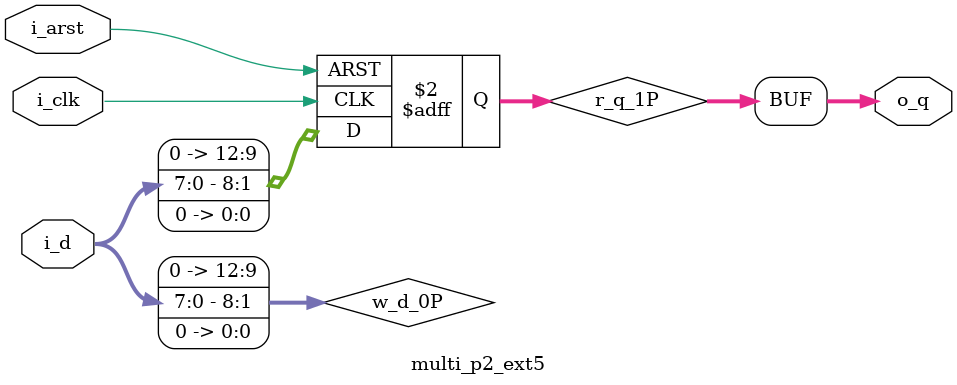
<source format=v>
module multi_p2_ext5
#(
	parameter	D_WIDTH	= 8
)
(
	input	i_arst,
	input	i_clk,
	
	input	[D_WIDTH-1:0]i_d,
	output	[D_WIDTH+5-1:0]o_q
);

reg		[D_WIDTH+5-1:0]r_q_1P;

wire	[D_WIDTH+5-1:0]w_d_0P;

assign	w_d_0P	= {4'b0, i_d, 1'b0};

always@(posedge i_arst or posedge i_clk)
begin
	if (i_arst)
		r_q_1P	<= {D_WIDTH+5{1'b0}};
	else
		r_q_1P	<= w_d_0P;
end

assign	o_q	= r_q_1P;

endmodule

</source>
